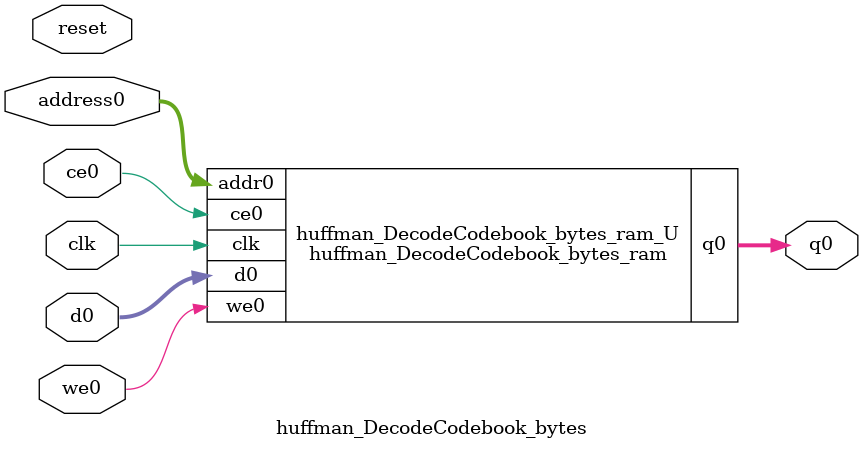
<source format=v>

`timescale 1 ns / 1 ps
module huffman_DecodeCodebook_bytes_ram (addr0, ce0, d0, we0, q0,  clk);

parameter DWIDTH = 8;
parameter AWIDTH = 8;
parameter MEM_SIZE = 256;

input[AWIDTH-1:0] addr0;
input ce0;
input[DWIDTH-1:0] d0;
input we0;
output reg[DWIDTH-1:0] q0;
input clk;

(* ram_style = "block" *)reg [DWIDTH-1:0] ram[MEM_SIZE-1:0];




always @(posedge clk)  
begin 
    if (ce0) 
    begin
        if (we0) 
        begin 
            ram[addr0] <= d0; 
            q0 <= d0;
        end 
        else 
            q0 <= ram[addr0];
    end
end


endmodule


`timescale 1 ns / 1 ps
module huffman_DecodeCodebook_bytes(
    reset,
    clk,
    address0,
    ce0,
    we0,
    d0,
    q0);

parameter DataWidth = 32'd8;
parameter AddressRange = 32'd256;
parameter AddressWidth = 32'd8;
input reset;
input clk;
input[AddressWidth - 1:0] address0;
input ce0;
input we0;
input[DataWidth - 1:0] d0;
output[DataWidth - 1:0] q0;



huffman_DecodeCodebook_bytes_ram huffman_DecodeCodebook_bytes_ram_U(
    .clk( clk ),
    .addr0( address0 ),
    .ce0( ce0 ),
    .d0( d0 ),
    .we0( we0 ),
    .q0( q0 ));

endmodule


</source>
